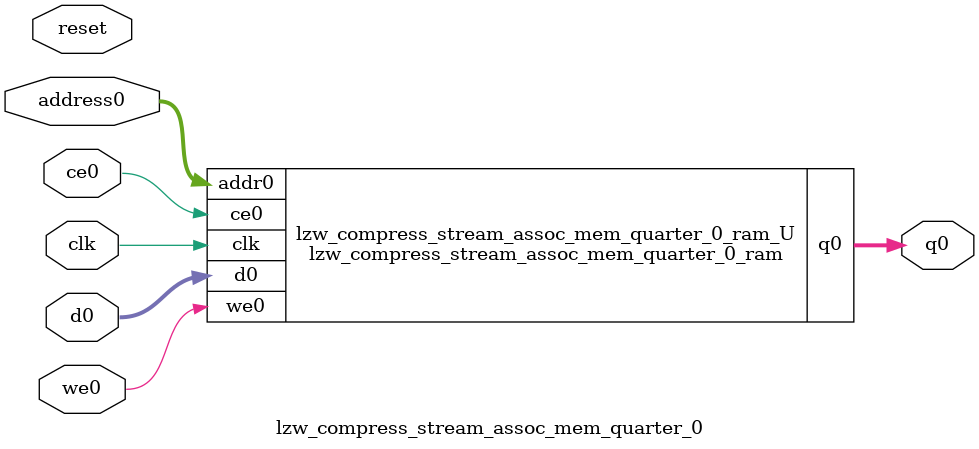
<source format=v>
`timescale 1 ns / 1 ps
module lzw_compress_stream_assoc_mem_quarter_0_ram (addr0, ce0, d0, we0, q0,  clk);

parameter DWIDTH = 64;
parameter AWIDTH = 5;
parameter MEM_SIZE = 32;

input[AWIDTH-1:0] addr0;
input ce0;
input[DWIDTH-1:0] d0;
input we0;
output reg[DWIDTH-1:0] q0;
input clk;

reg [DWIDTH-1:0] ram[0:MEM_SIZE-1];




always @(posedge clk)  
begin 
    if (ce0) begin
        if (we0) 
            ram[addr0] <= d0; 
        q0 <= ram[addr0];
    end
end


endmodule

`timescale 1 ns / 1 ps
module lzw_compress_stream_assoc_mem_quarter_0(
    reset,
    clk,
    address0,
    ce0,
    we0,
    d0,
    q0);

parameter DataWidth = 32'd64;
parameter AddressRange = 32'd32;
parameter AddressWidth = 32'd5;
input reset;
input clk;
input[AddressWidth - 1:0] address0;
input ce0;
input we0;
input[DataWidth - 1:0] d0;
output[DataWidth - 1:0] q0;



lzw_compress_stream_assoc_mem_quarter_0_ram lzw_compress_stream_assoc_mem_quarter_0_ram_U(
    .clk( clk ),
    .addr0( address0 ),
    .ce0( ce0 ),
    .we0( we0 ),
    .d0( d0 ),
    .q0( q0 ));

endmodule


</source>
